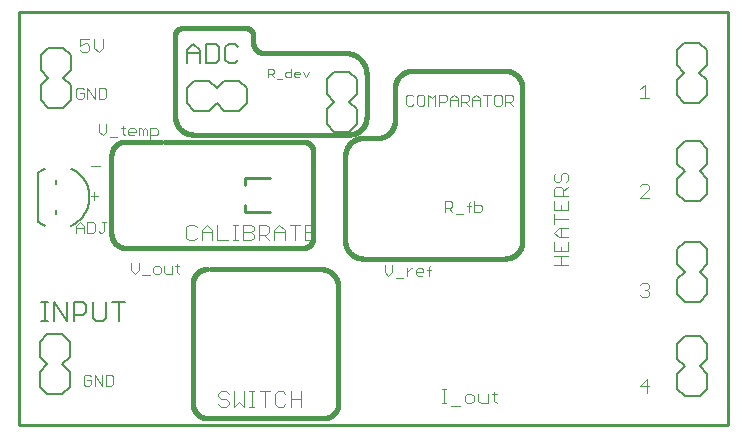
<source format=gto>
G75*
%MOIN*%
%OFA0B0*%
%FSLAX25Y25*%
%IPPOS*%
%LPD*%
%AMOC8*
5,1,8,0,0,1.08239X$1,22.5*
%
%ADD10C,0.01000*%
%ADD11C,0.00600*%
%ADD12C,0.01600*%
%ADD13C,0.00400*%
%ADD14C,0.00300*%
%ADD15C,0.00800*%
D10*
X0003120Y0003962D02*
X0239341Y0003962D01*
X0239341Y0141757D01*
X0003120Y0141757D01*
X0003120Y0003962D01*
X0078372Y0074857D02*
X0078372Y0077219D01*
X0078372Y0074857D02*
X0086836Y0074857D01*
X0078372Y0083912D02*
X0078372Y0086274D01*
X0086836Y0086274D01*
D11*
X0075026Y0124735D02*
X0072891Y0124735D01*
X0071823Y0125802D01*
X0071823Y0130073D01*
X0072891Y0131140D01*
X0075026Y0131140D01*
X0076093Y0130073D01*
X0076093Y0125802D02*
X0075026Y0124735D01*
X0069648Y0125802D02*
X0069648Y0130073D01*
X0068580Y0131140D01*
X0065378Y0131140D01*
X0065378Y0124735D01*
X0068580Y0124735D01*
X0069648Y0125802D01*
X0063202Y0124735D02*
X0063202Y0129005D01*
X0061067Y0131140D01*
X0058932Y0129005D01*
X0058932Y0124735D01*
X0058932Y0127937D02*
X0063202Y0127937D01*
X0009500Y0088227D02*
X0009500Y0071731D01*
X0015500Y0074452D02*
X0015500Y0075507D01*
X0011622Y0070433D02*
X0011397Y0070540D01*
X0011174Y0070652D01*
X0010954Y0070769D01*
X0010737Y0070891D01*
X0010522Y0071019D01*
X0010311Y0071152D01*
X0010103Y0071289D01*
X0009899Y0071432D01*
X0009697Y0071579D01*
X0009500Y0071731D01*
X0020472Y0070479D02*
X0020702Y0070591D01*
X0020929Y0070708D01*
X0021153Y0070830D01*
X0021374Y0070958D01*
X0021591Y0071092D01*
X0021806Y0071230D01*
X0022017Y0071374D01*
X0022224Y0071523D01*
X0022428Y0071677D01*
X0022628Y0071835D01*
X0022824Y0071999D01*
X0023016Y0072167D01*
X0023204Y0072340D01*
X0023388Y0072518D01*
X0023567Y0072699D01*
X0023742Y0072886D01*
X0023912Y0073076D01*
X0024077Y0073270D01*
X0024238Y0073469D01*
X0024394Y0073671D01*
X0024545Y0073877D01*
X0024691Y0074087D01*
X0024831Y0074300D01*
X0024967Y0074516D01*
X0025097Y0074736D01*
X0025222Y0074959D01*
X0025341Y0075184D01*
X0025455Y0075413D01*
X0025563Y0075644D01*
X0025666Y0075878D01*
X0025763Y0076114D01*
X0025854Y0076353D01*
X0025939Y0076593D01*
X0026019Y0076836D01*
X0026092Y0077081D01*
X0026160Y0077327D01*
X0026221Y0077575D01*
X0026276Y0077824D01*
X0026326Y0078074D01*
X0026369Y0078326D01*
X0026406Y0078579D01*
X0026437Y0078832D01*
X0026462Y0079086D01*
X0026481Y0079341D01*
X0026493Y0079596D01*
X0026499Y0079851D01*
X0026499Y0080107D01*
X0026493Y0080362D01*
X0026481Y0080617D01*
X0026462Y0080872D01*
X0026437Y0081126D01*
X0026406Y0081379D01*
X0026369Y0081632D01*
X0026326Y0081884D01*
X0026276Y0082134D01*
X0026221Y0082383D01*
X0026160Y0082631D01*
X0026092Y0082877D01*
X0026019Y0083122D01*
X0025939Y0083365D01*
X0025854Y0083605D01*
X0025763Y0083844D01*
X0025666Y0084080D01*
X0025563Y0084314D01*
X0025455Y0084545D01*
X0025341Y0084774D01*
X0025222Y0084999D01*
X0025097Y0085222D01*
X0024967Y0085442D01*
X0024831Y0085658D01*
X0024691Y0085871D01*
X0024545Y0086081D01*
X0024394Y0086287D01*
X0024238Y0086489D01*
X0024077Y0086688D01*
X0023912Y0086882D01*
X0023742Y0087072D01*
X0023567Y0087259D01*
X0023388Y0087440D01*
X0023204Y0087618D01*
X0023016Y0087791D01*
X0022824Y0087959D01*
X0022628Y0088123D01*
X0022428Y0088281D01*
X0022224Y0088435D01*
X0022017Y0088584D01*
X0021806Y0088728D01*
X0021591Y0088866D01*
X0021374Y0089000D01*
X0021153Y0089128D01*
X0020929Y0089250D01*
X0020702Y0089367D01*
X0020472Y0089479D01*
X0015500Y0085507D02*
X0015500Y0084452D01*
X0011528Y0089481D02*
X0011313Y0089377D01*
X0011100Y0089268D01*
X0010890Y0089154D01*
X0010683Y0089035D01*
X0010478Y0088912D01*
X0010276Y0088784D01*
X0010077Y0088651D01*
X0009882Y0088514D01*
X0009689Y0088373D01*
X0009500Y0088227D01*
X0010507Y0044920D02*
X0012642Y0044920D01*
X0011575Y0044920D02*
X0011575Y0038514D01*
X0012642Y0038514D02*
X0010507Y0038514D01*
X0014804Y0038514D02*
X0014804Y0044920D01*
X0019074Y0038514D01*
X0019074Y0044920D01*
X0021249Y0044920D02*
X0024452Y0044920D01*
X0025520Y0043852D01*
X0025520Y0041717D01*
X0024452Y0040649D01*
X0021249Y0040649D01*
X0021249Y0038514D02*
X0021249Y0044920D01*
X0027695Y0044920D02*
X0027695Y0039582D01*
X0028763Y0038514D01*
X0030898Y0038514D01*
X0031965Y0039582D01*
X0031965Y0044920D01*
X0034140Y0044920D02*
X0038411Y0044920D01*
X0036276Y0044920D02*
X0036276Y0038514D01*
D12*
X0060994Y0051206D02*
X0060994Y0011049D01*
X0060995Y0011049D02*
X0060997Y0010914D01*
X0061003Y0010779D01*
X0061012Y0010645D01*
X0061026Y0010511D01*
X0061043Y0010377D01*
X0061064Y0010243D01*
X0061089Y0010111D01*
X0061118Y0009979D01*
X0061150Y0009848D01*
X0061186Y0009718D01*
X0061226Y0009589D01*
X0061270Y0009462D01*
X0061317Y0009335D01*
X0061368Y0009210D01*
X0061422Y0009087D01*
X0061480Y0008965D01*
X0061541Y0008844D01*
X0061606Y0008726D01*
X0061674Y0008610D01*
X0061745Y0008495D01*
X0061819Y0008383D01*
X0061897Y0008272D01*
X0061978Y0008164D01*
X0062062Y0008059D01*
X0062149Y0007955D01*
X0062239Y0007855D01*
X0062331Y0007757D01*
X0062427Y0007661D01*
X0062525Y0007569D01*
X0062625Y0007479D01*
X0062729Y0007392D01*
X0062834Y0007308D01*
X0062942Y0007227D01*
X0063053Y0007149D01*
X0063165Y0007075D01*
X0063280Y0007004D01*
X0063396Y0006936D01*
X0063514Y0006871D01*
X0063635Y0006810D01*
X0063757Y0006752D01*
X0063880Y0006698D01*
X0064005Y0006647D01*
X0064132Y0006600D01*
X0064259Y0006556D01*
X0064388Y0006516D01*
X0064518Y0006480D01*
X0064649Y0006448D01*
X0064781Y0006419D01*
X0064913Y0006394D01*
X0065047Y0006373D01*
X0065181Y0006356D01*
X0065315Y0006342D01*
X0065449Y0006333D01*
X0065584Y0006327D01*
X0065719Y0006325D01*
X0065719Y0006324D02*
X0104695Y0006324D01*
X0104695Y0006325D02*
X0104830Y0006327D01*
X0104965Y0006333D01*
X0105099Y0006342D01*
X0105233Y0006356D01*
X0105367Y0006373D01*
X0105501Y0006394D01*
X0105633Y0006419D01*
X0105765Y0006448D01*
X0105896Y0006480D01*
X0106026Y0006516D01*
X0106155Y0006556D01*
X0106282Y0006600D01*
X0106409Y0006647D01*
X0106534Y0006698D01*
X0106657Y0006752D01*
X0106779Y0006810D01*
X0106900Y0006871D01*
X0107018Y0006936D01*
X0107134Y0007004D01*
X0107249Y0007075D01*
X0107361Y0007149D01*
X0107472Y0007227D01*
X0107580Y0007308D01*
X0107685Y0007392D01*
X0107789Y0007479D01*
X0107889Y0007569D01*
X0107987Y0007661D01*
X0108083Y0007757D01*
X0108175Y0007855D01*
X0108265Y0007955D01*
X0108352Y0008059D01*
X0108436Y0008164D01*
X0108517Y0008272D01*
X0108595Y0008383D01*
X0108669Y0008495D01*
X0108740Y0008610D01*
X0108808Y0008726D01*
X0108873Y0008844D01*
X0108934Y0008965D01*
X0108992Y0009087D01*
X0109046Y0009210D01*
X0109097Y0009335D01*
X0109144Y0009462D01*
X0109188Y0009589D01*
X0109228Y0009718D01*
X0109264Y0009848D01*
X0109296Y0009979D01*
X0109325Y0010111D01*
X0109350Y0010243D01*
X0109371Y0010377D01*
X0109388Y0010511D01*
X0109402Y0010645D01*
X0109411Y0010779D01*
X0109417Y0010914D01*
X0109419Y0011049D01*
X0109420Y0011049D02*
X0109420Y0050025D01*
X0109418Y0050177D01*
X0109412Y0050329D01*
X0109402Y0050481D01*
X0109389Y0050632D01*
X0109371Y0050783D01*
X0109350Y0050934D01*
X0109324Y0051084D01*
X0109295Y0051233D01*
X0109262Y0051382D01*
X0109225Y0051529D01*
X0109185Y0051676D01*
X0109140Y0051821D01*
X0109092Y0051965D01*
X0109040Y0052108D01*
X0108985Y0052250D01*
X0108926Y0052390D01*
X0108863Y0052529D01*
X0108797Y0052666D01*
X0108727Y0052801D01*
X0108654Y0052934D01*
X0108577Y0053065D01*
X0108497Y0053195D01*
X0108414Y0053322D01*
X0108328Y0053447D01*
X0108238Y0053570D01*
X0108145Y0053690D01*
X0108049Y0053808D01*
X0107950Y0053924D01*
X0107848Y0054037D01*
X0107744Y0054147D01*
X0107636Y0054255D01*
X0107526Y0054359D01*
X0107413Y0054461D01*
X0107297Y0054560D01*
X0107179Y0054656D01*
X0107059Y0054749D01*
X0106936Y0054839D01*
X0106811Y0054925D01*
X0106684Y0055008D01*
X0106554Y0055088D01*
X0106423Y0055165D01*
X0106290Y0055238D01*
X0106155Y0055308D01*
X0106018Y0055374D01*
X0105879Y0055437D01*
X0105739Y0055496D01*
X0105597Y0055551D01*
X0105454Y0055603D01*
X0105310Y0055651D01*
X0105165Y0055696D01*
X0105018Y0055736D01*
X0104871Y0055773D01*
X0104722Y0055806D01*
X0104573Y0055835D01*
X0104423Y0055861D01*
X0104272Y0055882D01*
X0104121Y0055900D01*
X0103970Y0055913D01*
X0103818Y0055923D01*
X0103666Y0055929D01*
X0103514Y0055931D01*
X0066900Y0055931D01*
X0065719Y0055930D02*
X0065584Y0055928D01*
X0065449Y0055922D01*
X0065315Y0055913D01*
X0065181Y0055899D01*
X0065047Y0055882D01*
X0064913Y0055861D01*
X0064781Y0055836D01*
X0064649Y0055807D01*
X0064518Y0055775D01*
X0064388Y0055739D01*
X0064259Y0055699D01*
X0064132Y0055655D01*
X0064005Y0055608D01*
X0063880Y0055557D01*
X0063757Y0055503D01*
X0063635Y0055445D01*
X0063514Y0055384D01*
X0063396Y0055319D01*
X0063280Y0055251D01*
X0063165Y0055180D01*
X0063053Y0055106D01*
X0062942Y0055028D01*
X0062834Y0054947D01*
X0062729Y0054863D01*
X0062625Y0054776D01*
X0062525Y0054686D01*
X0062427Y0054594D01*
X0062331Y0054498D01*
X0062239Y0054400D01*
X0062149Y0054300D01*
X0062062Y0054196D01*
X0061978Y0054091D01*
X0061897Y0053983D01*
X0061819Y0053872D01*
X0061745Y0053760D01*
X0061674Y0053645D01*
X0061606Y0053529D01*
X0061541Y0053411D01*
X0061480Y0053290D01*
X0061422Y0053168D01*
X0061368Y0053045D01*
X0061317Y0052920D01*
X0061270Y0052793D01*
X0061226Y0052666D01*
X0061186Y0052537D01*
X0061150Y0052407D01*
X0061118Y0052276D01*
X0061089Y0052144D01*
X0061064Y0052012D01*
X0061043Y0051878D01*
X0061026Y0051744D01*
X0061012Y0051610D01*
X0061003Y0051476D01*
X0060997Y0051341D01*
X0060995Y0051206D01*
X0038553Y0063017D02*
X0097609Y0063017D01*
X0097609Y0063018D02*
X0097725Y0063020D01*
X0097841Y0063026D01*
X0097956Y0063035D01*
X0098071Y0063048D01*
X0098186Y0063065D01*
X0098300Y0063086D01*
X0098414Y0063111D01*
X0098526Y0063139D01*
X0098637Y0063171D01*
X0098748Y0063206D01*
X0098857Y0063245D01*
X0098965Y0063288D01*
X0099071Y0063334D01*
X0099176Y0063383D01*
X0099279Y0063436D01*
X0099381Y0063493D01*
X0099480Y0063552D01*
X0099577Y0063615D01*
X0099673Y0063681D01*
X0099766Y0063750D01*
X0099857Y0063822D01*
X0099945Y0063897D01*
X0100031Y0063975D01*
X0100114Y0064056D01*
X0100195Y0064139D01*
X0100273Y0064225D01*
X0100348Y0064313D01*
X0100420Y0064404D01*
X0100489Y0064497D01*
X0100555Y0064593D01*
X0100618Y0064690D01*
X0100677Y0064790D01*
X0100734Y0064891D01*
X0100787Y0064994D01*
X0100836Y0065099D01*
X0100882Y0065205D01*
X0100925Y0065313D01*
X0100964Y0065422D01*
X0100999Y0065533D01*
X0101031Y0065644D01*
X0101059Y0065756D01*
X0101084Y0065870D01*
X0101105Y0065984D01*
X0101122Y0066099D01*
X0101135Y0066214D01*
X0101144Y0066329D01*
X0101150Y0066445D01*
X0101152Y0066561D01*
X0101152Y0094907D01*
X0101150Y0095023D01*
X0101144Y0095139D01*
X0101135Y0095254D01*
X0101122Y0095369D01*
X0101105Y0095484D01*
X0101084Y0095598D01*
X0101059Y0095712D01*
X0101031Y0095824D01*
X0100999Y0095935D01*
X0100964Y0096046D01*
X0100925Y0096155D01*
X0100882Y0096263D01*
X0100836Y0096369D01*
X0100787Y0096474D01*
X0100734Y0096577D01*
X0100677Y0096679D01*
X0100618Y0096778D01*
X0100555Y0096875D01*
X0100489Y0096971D01*
X0100420Y0097064D01*
X0100348Y0097155D01*
X0100273Y0097243D01*
X0100195Y0097329D01*
X0100114Y0097412D01*
X0100031Y0097493D01*
X0099945Y0097571D01*
X0099857Y0097646D01*
X0099766Y0097718D01*
X0099673Y0097787D01*
X0099577Y0097853D01*
X0099480Y0097916D01*
X0099381Y0097975D01*
X0099279Y0098032D01*
X0099176Y0098085D01*
X0099071Y0098134D01*
X0098965Y0098180D01*
X0098857Y0098223D01*
X0098748Y0098262D01*
X0098637Y0098297D01*
X0098526Y0098329D01*
X0098414Y0098357D01*
X0098300Y0098382D01*
X0098186Y0098403D01*
X0098071Y0098420D01*
X0097956Y0098433D01*
X0097841Y0098442D01*
X0097725Y0098448D01*
X0097609Y0098450D01*
X0051546Y0098450D01*
X0050364Y0098450D02*
X0038553Y0098450D01*
X0038418Y0098448D01*
X0038283Y0098442D01*
X0038149Y0098433D01*
X0038015Y0098419D01*
X0037881Y0098402D01*
X0037747Y0098381D01*
X0037615Y0098356D01*
X0037483Y0098327D01*
X0037352Y0098295D01*
X0037222Y0098259D01*
X0037093Y0098219D01*
X0036966Y0098175D01*
X0036839Y0098128D01*
X0036714Y0098077D01*
X0036591Y0098023D01*
X0036469Y0097965D01*
X0036348Y0097904D01*
X0036230Y0097839D01*
X0036114Y0097771D01*
X0035999Y0097700D01*
X0035887Y0097626D01*
X0035776Y0097548D01*
X0035668Y0097467D01*
X0035563Y0097383D01*
X0035459Y0097296D01*
X0035359Y0097206D01*
X0035261Y0097114D01*
X0035165Y0097018D01*
X0035073Y0096920D01*
X0034983Y0096820D01*
X0034896Y0096716D01*
X0034812Y0096611D01*
X0034731Y0096503D01*
X0034653Y0096392D01*
X0034579Y0096280D01*
X0034508Y0096165D01*
X0034440Y0096049D01*
X0034375Y0095931D01*
X0034314Y0095810D01*
X0034256Y0095688D01*
X0034202Y0095565D01*
X0034151Y0095440D01*
X0034104Y0095313D01*
X0034060Y0095186D01*
X0034020Y0095057D01*
X0033984Y0094927D01*
X0033952Y0094796D01*
X0033923Y0094664D01*
X0033898Y0094532D01*
X0033877Y0094398D01*
X0033860Y0094264D01*
X0033846Y0094130D01*
X0033837Y0093996D01*
X0033831Y0093861D01*
X0033829Y0093726D01*
X0033829Y0067742D01*
X0033831Y0067607D01*
X0033837Y0067472D01*
X0033846Y0067338D01*
X0033860Y0067204D01*
X0033877Y0067070D01*
X0033898Y0066936D01*
X0033923Y0066804D01*
X0033952Y0066672D01*
X0033984Y0066541D01*
X0034020Y0066411D01*
X0034060Y0066282D01*
X0034104Y0066155D01*
X0034151Y0066028D01*
X0034202Y0065903D01*
X0034256Y0065780D01*
X0034314Y0065658D01*
X0034375Y0065537D01*
X0034440Y0065419D01*
X0034508Y0065303D01*
X0034579Y0065188D01*
X0034653Y0065076D01*
X0034731Y0064965D01*
X0034812Y0064857D01*
X0034896Y0064752D01*
X0034983Y0064648D01*
X0035073Y0064548D01*
X0035165Y0064450D01*
X0035261Y0064354D01*
X0035359Y0064262D01*
X0035459Y0064172D01*
X0035563Y0064085D01*
X0035668Y0064001D01*
X0035776Y0063920D01*
X0035887Y0063842D01*
X0035999Y0063768D01*
X0036114Y0063697D01*
X0036230Y0063629D01*
X0036348Y0063564D01*
X0036469Y0063503D01*
X0036591Y0063445D01*
X0036714Y0063391D01*
X0036839Y0063340D01*
X0036966Y0063293D01*
X0037093Y0063249D01*
X0037222Y0063209D01*
X0037352Y0063173D01*
X0037483Y0063141D01*
X0037615Y0063112D01*
X0037747Y0063087D01*
X0037881Y0063066D01*
X0038015Y0063049D01*
X0038149Y0063035D01*
X0038283Y0063026D01*
X0038418Y0063020D01*
X0038553Y0063018D01*
X0060994Y0100813D02*
X0112963Y0100813D01*
X0117687Y0099631D02*
X0122412Y0099631D01*
X0122564Y0099633D01*
X0122716Y0099639D01*
X0122868Y0099649D01*
X0123019Y0099662D01*
X0123170Y0099680D01*
X0123321Y0099701D01*
X0123471Y0099727D01*
X0123620Y0099756D01*
X0123769Y0099789D01*
X0123916Y0099826D01*
X0124063Y0099866D01*
X0124208Y0099911D01*
X0124352Y0099959D01*
X0124495Y0100011D01*
X0124637Y0100066D01*
X0124777Y0100125D01*
X0124916Y0100188D01*
X0125053Y0100254D01*
X0125188Y0100324D01*
X0125321Y0100397D01*
X0125452Y0100474D01*
X0125582Y0100554D01*
X0125709Y0100637D01*
X0125834Y0100723D01*
X0125957Y0100813D01*
X0126077Y0100906D01*
X0126195Y0101002D01*
X0126311Y0101101D01*
X0126424Y0101203D01*
X0126534Y0101307D01*
X0126642Y0101415D01*
X0126746Y0101525D01*
X0126848Y0101638D01*
X0126947Y0101754D01*
X0127043Y0101872D01*
X0127136Y0101992D01*
X0127226Y0102115D01*
X0127312Y0102240D01*
X0127395Y0102367D01*
X0127475Y0102497D01*
X0127552Y0102628D01*
X0127625Y0102761D01*
X0127695Y0102896D01*
X0127761Y0103033D01*
X0127824Y0103172D01*
X0127883Y0103312D01*
X0127938Y0103454D01*
X0127990Y0103597D01*
X0128038Y0103741D01*
X0128083Y0103886D01*
X0128123Y0104033D01*
X0128160Y0104180D01*
X0128193Y0104329D01*
X0128222Y0104478D01*
X0128248Y0104628D01*
X0128269Y0104779D01*
X0128287Y0104930D01*
X0128300Y0105081D01*
X0128310Y0105233D01*
X0128316Y0105385D01*
X0128318Y0105537D01*
X0128317Y0105537D02*
X0128317Y0116167D01*
X0128319Y0116319D01*
X0128325Y0116471D01*
X0128335Y0116623D01*
X0128348Y0116774D01*
X0128366Y0116925D01*
X0128387Y0117076D01*
X0128413Y0117226D01*
X0128442Y0117375D01*
X0128475Y0117524D01*
X0128512Y0117671D01*
X0128552Y0117818D01*
X0128597Y0117963D01*
X0128645Y0118107D01*
X0128697Y0118250D01*
X0128752Y0118392D01*
X0128811Y0118532D01*
X0128874Y0118671D01*
X0128940Y0118808D01*
X0129010Y0118943D01*
X0129083Y0119076D01*
X0129160Y0119207D01*
X0129240Y0119337D01*
X0129323Y0119464D01*
X0129409Y0119589D01*
X0129499Y0119712D01*
X0129592Y0119832D01*
X0129688Y0119950D01*
X0129787Y0120066D01*
X0129889Y0120179D01*
X0129993Y0120289D01*
X0130101Y0120397D01*
X0130211Y0120501D01*
X0130324Y0120603D01*
X0130440Y0120702D01*
X0130558Y0120798D01*
X0130678Y0120891D01*
X0130801Y0120981D01*
X0130926Y0121067D01*
X0131053Y0121150D01*
X0131183Y0121230D01*
X0131314Y0121307D01*
X0131447Y0121380D01*
X0131582Y0121450D01*
X0131719Y0121516D01*
X0131858Y0121579D01*
X0131998Y0121638D01*
X0132140Y0121693D01*
X0132283Y0121745D01*
X0132427Y0121793D01*
X0132572Y0121838D01*
X0132719Y0121878D01*
X0132866Y0121915D01*
X0133015Y0121948D01*
X0133164Y0121977D01*
X0133314Y0122003D01*
X0133465Y0122024D01*
X0133616Y0122042D01*
X0133767Y0122055D01*
X0133919Y0122065D01*
X0134071Y0122071D01*
X0134223Y0122073D01*
X0134223Y0122072D02*
X0164931Y0122072D01*
X0164931Y0122073D02*
X0165083Y0122071D01*
X0165235Y0122065D01*
X0165387Y0122055D01*
X0165538Y0122042D01*
X0165689Y0122024D01*
X0165840Y0122003D01*
X0165990Y0121977D01*
X0166139Y0121948D01*
X0166288Y0121915D01*
X0166435Y0121878D01*
X0166582Y0121838D01*
X0166727Y0121793D01*
X0166871Y0121745D01*
X0167014Y0121693D01*
X0167156Y0121638D01*
X0167296Y0121579D01*
X0167435Y0121516D01*
X0167572Y0121450D01*
X0167707Y0121380D01*
X0167840Y0121307D01*
X0167971Y0121230D01*
X0168101Y0121150D01*
X0168228Y0121067D01*
X0168353Y0120981D01*
X0168476Y0120891D01*
X0168596Y0120798D01*
X0168714Y0120702D01*
X0168830Y0120603D01*
X0168943Y0120501D01*
X0169053Y0120397D01*
X0169161Y0120289D01*
X0169265Y0120179D01*
X0169367Y0120066D01*
X0169466Y0119950D01*
X0169562Y0119832D01*
X0169655Y0119712D01*
X0169745Y0119589D01*
X0169831Y0119464D01*
X0169914Y0119337D01*
X0169994Y0119207D01*
X0170071Y0119076D01*
X0170144Y0118943D01*
X0170214Y0118808D01*
X0170280Y0118671D01*
X0170343Y0118532D01*
X0170402Y0118392D01*
X0170457Y0118250D01*
X0170509Y0118107D01*
X0170557Y0117963D01*
X0170602Y0117818D01*
X0170642Y0117671D01*
X0170679Y0117524D01*
X0170712Y0117375D01*
X0170741Y0117226D01*
X0170767Y0117076D01*
X0170788Y0116925D01*
X0170806Y0116774D01*
X0170819Y0116623D01*
X0170829Y0116471D01*
X0170835Y0116319D01*
X0170837Y0116167D01*
X0170837Y0065380D01*
X0170835Y0065228D01*
X0170829Y0065076D01*
X0170819Y0064924D01*
X0170806Y0064773D01*
X0170788Y0064622D01*
X0170767Y0064471D01*
X0170741Y0064321D01*
X0170712Y0064172D01*
X0170679Y0064023D01*
X0170642Y0063876D01*
X0170602Y0063729D01*
X0170557Y0063584D01*
X0170509Y0063440D01*
X0170457Y0063297D01*
X0170402Y0063155D01*
X0170343Y0063015D01*
X0170280Y0062876D01*
X0170214Y0062739D01*
X0170144Y0062604D01*
X0170071Y0062471D01*
X0169994Y0062340D01*
X0169914Y0062210D01*
X0169831Y0062083D01*
X0169745Y0061958D01*
X0169655Y0061835D01*
X0169562Y0061715D01*
X0169466Y0061597D01*
X0169367Y0061481D01*
X0169265Y0061368D01*
X0169161Y0061258D01*
X0169053Y0061150D01*
X0168943Y0061046D01*
X0168830Y0060944D01*
X0168714Y0060845D01*
X0168596Y0060749D01*
X0168476Y0060656D01*
X0168353Y0060566D01*
X0168228Y0060480D01*
X0168101Y0060397D01*
X0167971Y0060317D01*
X0167840Y0060240D01*
X0167707Y0060167D01*
X0167572Y0060097D01*
X0167435Y0060031D01*
X0167296Y0059968D01*
X0167156Y0059909D01*
X0167014Y0059854D01*
X0166871Y0059802D01*
X0166727Y0059754D01*
X0166582Y0059709D01*
X0166435Y0059669D01*
X0166288Y0059632D01*
X0166139Y0059599D01*
X0165990Y0059570D01*
X0165840Y0059544D01*
X0165689Y0059523D01*
X0165538Y0059505D01*
X0165387Y0059492D01*
X0165235Y0059482D01*
X0165083Y0059476D01*
X0164931Y0059474D01*
X0117687Y0059474D01*
X0117535Y0059476D01*
X0117383Y0059482D01*
X0117231Y0059492D01*
X0117080Y0059505D01*
X0116929Y0059523D01*
X0116778Y0059544D01*
X0116628Y0059570D01*
X0116479Y0059599D01*
X0116330Y0059632D01*
X0116183Y0059669D01*
X0116036Y0059709D01*
X0115891Y0059754D01*
X0115747Y0059802D01*
X0115604Y0059854D01*
X0115462Y0059909D01*
X0115322Y0059968D01*
X0115183Y0060031D01*
X0115046Y0060097D01*
X0114911Y0060167D01*
X0114778Y0060240D01*
X0114647Y0060317D01*
X0114517Y0060397D01*
X0114390Y0060480D01*
X0114265Y0060566D01*
X0114142Y0060656D01*
X0114022Y0060749D01*
X0113904Y0060845D01*
X0113788Y0060944D01*
X0113675Y0061046D01*
X0113565Y0061150D01*
X0113457Y0061258D01*
X0113353Y0061368D01*
X0113251Y0061481D01*
X0113152Y0061597D01*
X0113056Y0061715D01*
X0112963Y0061835D01*
X0112873Y0061958D01*
X0112787Y0062083D01*
X0112704Y0062210D01*
X0112624Y0062340D01*
X0112547Y0062471D01*
X0112474Y0062604D01*
X0112404Y0062739D01*
X0112338Y0062876D01*
X0112275Y0063015D01*
X0112216Y0063155D01*
X0112161Y0063297D01*
X0112109Y0063440D01*
X0112061Y0063584D01*
X0112016Y0063729D01*
X0111976Y0063876D01*
X0111939Y0064023D01*
X0111906Y0064172D01*
X0111877Y0064321D01*
X0111851Y0064471D01*
X0111830Y0064622D01*
X0111812Y0064773D01*
X0111799Y0064924D01*
X0111789Y0065076D01*
X0111783Y0065228D01*
X0111781Y0065380D01*
X0111782Y0065380D02*
X0111782Y0093726D01*
X0111781Y0093726D02*
X0111783Y0093878D01*
X0111789Y0094030D01*
X0111799Y0094182D01*
X0111812Y0094333D01*
X0111830Y0094484D01*
X0111851Y0094635D01*
X0111877Y0094785D01*
X0111906Y0094934D01*
X0111939Y0095083D01*
X0111976Y0095230D01*
X0112016Y0095377D01*
X0112061Y0095522D01*
X0112109Y0095666D01*
X0112161Y0095809D01*
X0112216Y0095951D01*
X0112275Y0096091D01*
X0112338Y0096230D01*
X0112404Y0096367D01*
X0112474Y0096502D01*
X0112547Y0096635D01*
X0112624Y0096766D01*
X0112704Y0096896D01*
X0112787Y0097023D01*
X0112873Y0097148D01*
X0112963Y0097271D01*
X0113056Y0097391D01*
X0113152Y0097509D01*
X0113251Y0097625D01*
X0113353Y0097738D01*
X0113457Y0097848D01*
X0113565Y0097956D01*
X0113675Y0098060D01*
X0113788Y0098162D01*
X0113904Y0098261D01*
X0114022Y0098357D01*
X0114142Y0098450D01*
X0114265Y0098540D01*
X0114390Y0098626D01*
X0114517Y0098709D01*
X0114647Y0098789D01*
X0114778Y0098866D01*
X0114911Y0098939D01*
X0115046Y0099009D01*
X0115183Y0099075D01*
X0115322Y0099138D01*
X0115462Y0099197D01*
X0115604Y0099252D01*
X0115747Y0099304D01*
X0115891Y0099352D01*
X0116036Y0099397D01*
X0116183Y0099437D01*
X0116330Y0099474D01*
X0116479Y0099507D01*
X0116628Y0099536D01*
X0116778Y0099562D01*
X0116929Y0099583D01*
X0117080Y0099601D01*
X0117231Y0099614D01*
X0117383Y0099624D01*
X0117535Y0099630D01*
X0117687Y0099632D01*
X0118868Y0106718D02*
X0118868Y0120891D01*
X0118869Y0120891D02*
X0118867Y0121062D01*
X0118861Y0121233D01*
X0118850Y0121404D01*
X0118836Y0121575D01*
X0118817Y0121745D01*
X0118795Y0121915D01*
X0118768Y0122084D01*
X0118737Y0122253D01*
X0118702Y0122420D01*
X0118663Y0122587D01*
X0118620Y0122753D01*
X0118573Y0122917D01*
X0118522Y0123081D01*
X0118467Y0123243D01*
X0118408Y0123404D01*
X0118346Y0123563D01*
X0118279Y0123721D01*
X0118209Y0123877D01*
X0118135Y0124032D01*
X0118057Y0124184D01*
X0117976Y0124335D01*
X0117891Y0124484D01*
X0117802Y0124630D01*
X0117710Y0124775D01*
X0117614Y0124917D01*
X0117516Y0125057D01*
X0117413Y0125194D01*
X0117308Y0125329D01*
X0117199Y0125461D01*
X0117087Y0125591D01*
X0116972Y0125717D01*
X0116853Y0125841D01*
X0116732Y0125962D01*
X0116608Y0126081D01*
X0116482Y0126196D01*
X0116352Y0126308D01*
X0116220Y0126417D01*
X0116085Y0126522D01*
X0115948Y0126625D01*
X0115808Y0126723D01*
X0115666Y0126819D01*
X0115521Y0126911D01*
X0115375Y0127000D01*
X0115226Y0127085D01*
X0115075Y0127166D01*
X0114923Y0127244D01*
X0114768Y0127318D01*
X0114612Y0127388D01*
X0114454Y0127455D01*
X0114295Y0127517D01*
X0114134Y0127576D01*
X0113972Y0127631D01*
X0113808Y0127682D01*
X0113644Y0127729D01*
X0113478Y0127772D01*
X0113311Y0127811D01*
X0113144Y0127846D01*
X0112975Y0127877D01*
X0112806Y0127904D01*
X0112636Y0127926D01*
X0112466Y0127945D01*
X0112295Y0127959D01*
X0112124Y0127970D01*
X0111953Y0127976D01*
X0111782Y0127978D01*
X0084616Y0127978D01*
X0084500Y0127980D01*
X0084384Y0127986D01*
X0084269Y0127995D01*
X0084154Y0128008D01*
X0084039Y0128025D01*
X0083925Y0128046D01*
X0083811Y0128071D01*
X0083699Y0128099D01*
X0083588Y0128131D01*
X0083477Y0128166D01*
X0083368Y0128205D01*
X0083260Y0128248D01*
X0083154Y0128294D01*
X0083049Y0128343D01*
X0082946Y0128396D01*
X0082845Y0128453D01*
X0082745Y0128512D01*
X0082648Y0128575D01*
X0082552Y0128641D01*
X0082459Y0128710D01*
X0082368Y0128782D01*
X0082280Y0128857D01*
X0082194Y0128935D01*
X0082111Y0129016D01*
X0082030Y0129099D01*
X0081952Y0129185D01*
X0081877Y0129273D01*
X0081805Y0129364D01*
X0081736Y0129457D01*
X0081670Y0129553D01*
X0081607Y0129650D01*
X0081548Y0129749D01*
X0081491Y0129851D01*
X0081438Y0129954D01*
X0081389Y0130059D01*
X0081343Y0130165D01*
X0081300Y0130273D01*
X0081261Y0130382D01*
X0081226Y0130493D01*
X0081194Y0130604D01*
X0081166Y0130716D01*
X0081141Y0130830D01*
X0081120Y0130944D01*
X0081103Y0131059D01*
X0081090Y0131174D01*
X0081081Y0131289D01*
X0081075Y0131405D01*
X0081073Y0131521D01*
X0081073Y0133883D01*
X0081071Y0133978D01*
X0081065Y0134073D01*
X0081056Y0134168D01*
X0081042Y0134262D01*
X0081025Y0134355D01*
X0081004Y0134448D01*
X0080980Y0134540D01*
X0080951Y0134631D01*
X0080920Y0134721D01*
X0080884Y0134809D01*
X0080845Y0134896D01*
X0080802Y0134981D01*
X0080757Y0135064D01*
X0080707Y0135145D01*
X0080655Y0135225D01*
X0080599Y0135302D01*
X0080541Y0135377D01*
X0080479Y0135449D01*
X0080414Y0135519D01*
X0080347Y0135586D01*
X0080277Y0135651D01*
X0080205Y0135713D01*
X0080130Y0135771D01*
X0080053Y0135827D01*
X0079973Y0135879D01*
X0079892Y0135929D01*
X0079809Y0135974D01*
X0079724Y0136017D01*
X0079637Y0136056D01*
X0079549Y0136092D01*
X0079459Y0136123D01*
X0079368Y0136152D01*
X0079276Y0136176D01*
X0079183Y0136197D01*
X0079090Y0136214D01*
X0078996Y0136228D01*
X0078901Y0136237D01*
X0078806Y0136243D01*
X0078711Y0136245D01*
X0078711Y0136246D02*
X0057451Y0136246D01*
X0057451Y0136245D02*
X0057356Y0136243D01*
X0057261Y0136237D01*
X0057166Y0136228D01*
X0057072Y0136214D01*
X0056979Y0136197D01*
X0056886Y0136176D01*
X0056794Y0136152D01*
X0056703Y0136123D01*
X0056613Y0136092D01*
X0056525Y0136056D01*
X0056438Y0136017D01*
X0056353Y0135974D01*
X0056270Y0135929D01*
X0056189Y0135879D01*
X0056109Y0135827D01*
X0056032Y0135771D01*
X0055957Y0135713D01*
X0055885Y0135651D01*
X0055815Y0135586D01*
X0055748Y0135519D01*
X0055683Y0135449D01*
X0055621Y0135377D01*
X0055563Y0135302D01*
X0055507Y0135225D01*
X0055455Y0135145D01*
X0055405Y0135064D01*
X0055360Y0134981D01*
X0055317Y0134896D01*
X0055278Y0134809D01*
X0055242Y0134721D01*
X0055211Y0134631D01*
X0055182Y0134540D01*
X0055158Y0134448D01*
X0055137Y0134355D01*
X0055120Y0134262D01*
X0055106Y0134168D01*
X0055097Y0134073D01*
X0055091Y0133978D01*
X0055089Y0133883D01*
X0055089Y0106718D01*
X0055088Y0106718D02*
X0055090Y0106566D01*
X0055096Y0106414D01*
X0055106Y0106262D01*
X0055119Y0106111D01*
X0055137Y0105960D01*
X0055158Y0105809D01*
X0055184Y0105659D01*
X0055213Y0105510D01*
X0055246Y0105361D01*
X0055283Y0105214D01*
X0055323Y0105067D01*
X0055368Y0104922D01*
X0055416Y0104778D01*
X0055468Y0104635D01*
X0055523Y0104493D01*
X0055582Y0104353D01*
X0055645Y0104214D01*
X0055711Y0104077D01*
X0055781Y0103942D01*
X0055854Y0103809D01*
X0055931Y0103678D01*
X0056011Y0103548D01*
X0056094Y0103421D01*
X0056180Y0103296D01*
X0056270Y0103173D01*
X0056363Y0103053D01*
X0056459Y0102935D01*
X0056558Y0102819D01*
X0056660Y0102706D01*
X0056764Y0102596D01*
X0056872Y0102488D01*
X0056982Y0102384D01*
X0057095Y0102282D01*
X0057211Y0102183D01*
X0057329Y0102087D01*
X0057449Y0101994D01*
X0057572Y0101904D01*
X0057697Y0101818D01*
X0057824Y0101735D01*
X0057954Y0101655D01*
X0058085Y0101578D01*
X0058218Y0101505D01*
X0058353Y0101435D01*
X0058490Y0101369D01*
X0058629Y0101306D01*
X0058769Y0101247D01*
X0058911Y0101192D01*
X0059054Y0101140D01*
X0059198Y0101092D01*
X0059343Y0101047D01*
X0059490Y0101007D01*
X0059637Y0100970D01*
X0059786Y0100937D01*
X0059935Y0100908D01*
X0060085Y0100882D01*
X0060236Y0100861D01*
X0060387Y0100843D01*
X0060538Y0100830D01*
X0060690Y0100820D01*
X0060842Y0100814D01*
X0060994Y0100812D01*
X0112963Y0100812D02*
X0113115Y0100814D01*
X0113267Y0100820D01*
X0113419Y0100830D01*
X0113570Y0100843D01*
X0113721Y0100861D01*
X0113872Y0100882D01*
X0114022Y0100908D01*
X0114171Y0100937D01*
X0114320Y0100970D01*
X0114467Y0101007D01*
X0114614Y0101047D01*
X0114759Y0101092D01*
X0114903Y0101140D01*
X0115046Y0101192D01*
X0115188Y0101247D01*
X0115328Y0101306D01*
X0115467Y0101369D01*
X0115604Y0101435D01*
X0115739Y0101505D01*
X0115872Y0101578D01*
X0116003Y0101655D01*
X0116133Y0101735D01*
X0116260Y0101818D01*
X0116385Y0101904D01*
X0116508Y0101994D01*
X0116628Y0102087D01*
X0116746Y0102183D01*
X0116862Y0102282D01*
X0116975Y0102384D01*
X0117085Y0102488D01*
X0117193Y0102596D01*
X0117297Y0102706D01*
X0117399Y0102819D01*
X0117498Y0102935D01*
X0117594Y0103053D01*
X0117687Y0103173D01*
X0117777Y0103296D01*
X0117863Y0103421D01*
X0117946Y0103548D01*
X0118026Y0103678D01*
X0118103Y0103809D01*
X0118176Y0103942D01*
X0118246Y0104077D01*
X0118312Y0104214D01*
X0118375Y0104353D01*
X0118434Y0104493D01*
X0118489Y0104635D01*
X0118541Y0104778D01*
X0118589Y0104922D01*
X0118634Y0105067D01*
X0118674Y0105214D01*
X0118711Y0105361D01*
X0118744Y0105510D01*
X0118773Y0105659D01*
X0118799Y0105809D01*
X0118820Y0105960D01*
X0118838Y0106111D01*
X0118851Y0106262D01*
X0118861Y0106414D01*
X0118867Y0106566D01*
X0118869Y0106718D01*
D13*
X0101834Y0070784D02*
X0098365Y0070784D01*
X0098365Y0065580D01*
X0101834Y0065580D01*
X0100099Y0068182D02*
X0098365Y0068182D01*
X0094943Y0065580D02*
X0094943Y0070784D01*
X0093208Y0070784D02*
X0096678Y0070784D01*
X0091521Y0069049D02*
X0091521Y0065580D01*
X0091521Y0068182D02*
X0088052Y0068182D01*
X0088052Y0069049D02*
X0088052Y0065580D01*
X0086365Y0065580D02*
X0084630Y0067314D01*
X0085498Y0067314D02*
X0082895Y0067314D01*
X0081209Y0067314D02*
X0081209Y0066447D01*
X0080341Y0065580D01*
X0077739Y0065580D01*
X0077739Y0070784D01*
X0080341Y0070784D01*
X0081209Y0069917D01*
X0081209Y0069049D01*
X0080341Y0068182D01*
X0077739Y0068182D01*
X0080341Y0068182D02*
X0081209Y0067314D01*
X0082895Y0065580D02*
X0082895Y0070784D01*
X0085498Y0070784D01*
X0086365Y0069917D01*
X0086365Y0068182D01*
X0085498Y0067314D01*
X0088052Y0069049D02*
X0089787Y0070784D01*
X0091521Y0069049D01*
X0076036Y0070784D02*
X0074301Y0070784D01*
X0075169Y0070784D02*
X0075169Y0065580D01*
X0076036Y0065580D02*
X0074301Y0065580D01*
X0072615Y0065580D02*
X0069145Y0065580D01*
X0069145Y0070784D01*
X0067458Y0069049D02*
X0067458Y0065580D01*
X0067458Y0068182D02*
X0063989Y0068182D01*
X0063989Y0069049D02*
X0063989Y0065580D01*
X0062302Y0066447D02*
X0061434Y0065580D01*
X0059700Y0065580D01*
X0058832Y0066447D01*
X0058832Y0069917D01*
X0059700Y0070784D01*
X0061434Y0070784D01*
X0062302Y0069917D01*
X0063989Y0069049D02*
X0065723Y0070784D01*
X0067458Y0069049D01*
X0030012Y0090322D02*
X0026942Y0090322D01*
X0025701Y0128178D02*
X0024166Y0128178D01*
X0023399Y0128945D01*
X0023399Y0130480D02*
X0024934Y0131247D01*
X0025701Y0131247D01*
X0026468Y0130480D01*
X0026468Y0128945D01*
X0025701Y0128178D01*
X0028003Y0129713D02*
X0029538Y0128178D01*
X0031072Y0129713D01*
X0031072Y0132782D01*
X0028003Y0132782D02*
X0028003Y0129713D01*
X0023399Y0130480D02*
X0023399Y0132782D01*
X0026468Y0132782D01*
X0181387Y0087237D02*
X0181387Y0085703D01*
X0182155Y0084935D01*
X0182922Y0084935D01*
X0183689Y0085703D01*
X0183689Y0087237D01*
X0184457Y0088005D01*
X0185224Y0088005D01*
X0185991Y0087237D01*
X0185991Y0085703D01*
X0185224Y0084935D01*
X0185991Y0083401D02*
X0184457Y0081866D01*
X0184457Y0082633D02*
X0184457Y0080331D01*
X0185991Y0080331D02*
X0181387Y0080331D01*
X0181387Y0082633D01*
X0182155Y0083401D01*
X0183689Y0083401D01*
X0184457Y0082633D01*
X0185991Y0078797D02*
X0185991Y0075728D01*
X0181387Y0075728D01*
X0181387Y0078797D01*
X0183689Y0077262D02*
X0183689Y0075728D01*
X0181387Y0074193D02*
X0181387Y0071124D01*
X0181387Y0072658D02*
X0185991Y0072658D01*
X0185991Y0069589D02*
X0182922Y0069589D01*
X0181387Y0068054D01*
X0182922Y0066520D01*
X0185991Y0066520D01*
X0185991Y0064985D02*
X0185991Y0061916D01*
X0181387Y0061916D01*
X0181387Y0064985D01*
X0183689Y0063450D02*
X0183689Y0061916D01*
X0183689Y0060381D02*
X0183689Y0057312D01*
X0185991Y0057312D02*
X0181387Y0057312D01*
X0181387Y0060381D02*
X0185991Y0060381D01*
X0183689Y0066520D02*
X0183689Y0069589D01*
X0210013Y0079753D02*
X0213083Y0082822D01*
X0213083Y0083589D01*
X0212315Y0084357D01*
X0210781Y0084357D01*
X0210013Y0083589D01*
X0210013Y0079753D02*
X0213083Y0079753D01*
X0182155Y0088005D02*
X0181387Y0087237D01*
X0210013Y0112824D02*
X0213083Y0112824D01*
X0211548Y0112824D02*
X0211548Y0117428D01*
X0210013Y0115893D01*
X0210781Y0051286D02*
X0212315Y0051286D01*
X0213083Y0050518D01*
X0213083Y0049751D01*
X0212315Y0048984D01*
X0213083Y0048217D01*
X0213083Y0047449D01*
X0212315Y0046682D01*
X0210781Y0046682D01*
X0210013Y0047449D01*
X0211548Y0048984D02*
X0212315Y0048984D01*
X0210013Y0050518D02*
X0210781Y0051286D01*
X0212315Y0019396D02*
X0210013Y0017094D01*
X0213083Y0017094D01*
X0212315Y0014792D02*
X0212315Y0019396D01*
X0162287Y0014318D02*
X0160753Y0014318D01*
X0161520Y0015085D02*
X0161520Y0012016D01*
X0162287Y0011249D01*
X0159218Y0011249D02*
X0159218Y0014318D01*
X0156149Y0014318D02*
X0156149Y0012016D01*
X0156916Y0011249D01*
X0159218Y0011249D01*
X0154614Y0012016D02*
X0154614Y0013551D01*
X0153847Y0014318D01*
X0152312Y0014318D01*
X0151545Y0013551D01*
X0151545Y0012016D01*
X0152312Y0011249D01*
X0153847Y0011249D01*
X0154614Y0012016D01*
X0150010Y0010482D02*
X0146941Y0010482D01*
X0145406Y0011249D02*
X0143872Y0011249D01*
X0144639Y0011249D02*
X0144639Y0015853D01*
X0143872Y0015853D02*
X0145406Y0015853D01*
X0096995Y0015272D02*
X0096995Y0010068D01*
X0096995Y0012670D02*
X0093525Y0012670D01*
X0091838Y0014405D02*
X0090971Y0015272D01*
X0089236Y0015272D01*
X0088369Y0014405D01*
X0088369Y0010935D01*
X0089236Y0010068D01*
X0090971Y0010068D01*
X0091838Y0010935D01*
X0093525Y0010068D02*
X0093525Y0015272D01*
X0086682Y0015272D02*
X0083212Y0015272D01*
X0081510Y0015272D02*
X0079775Y0015272D01*
X0080642Y0015272D02*
X0080642Y0010068D01*
X0079775Y0010068D02*
X0081510Y0010068D01*
X0078088Y0010068D02*
X0078088Y0015272D01*
X0074618Y0015272D02*
X0074618Y0010068D01*
X0076353Y0011803D01*
X0078088Y0010068D01*
X0072932Y0010935D02*
X0072064Y0010068D01*
X0070329Y0010068D01*
X0069462Y0010935D01*
X0070329Y0012670D02*
X0072064Y0012670D01*
X0072932Y0011803D01*
X0072932Y0010935D01*
X0070329Y0012670D02*
X0069462Y0013537D01*
X0069462Y0014405D01*
X0070329Y0015272D01*
X0072064Y0015272D01*
X0072932Y0014405D01*
X0084947Y0015272D02*
X0084947Y0010068D01*
D14*
X0034365Y0017722D02*
X0034365Y0020190D01*
X0033748Y0020807D01*
X0031896Y0020807D01*
X0031896Y0017104D01*
X0033748Y0017104D01*
X0034365Y0017722D01*
X0030682Y0017104D02*
X0030682Y0020807D01*
X0028213Y0020807D02*
X0030682Y0017104D01*
X0028213Y0017104D02*
X0028213Y0020807D01*
X0026999Y0020190D02*
X0026382Y0020807D01*
X0025147Y0020807D01*
X0024530Y0020190D01*
X0024530Y0017722D01*
X0025147Y0017104D01*
X0026382Y0017104D01*
X0026999Y0017722D01*
X0026999Y0018956D01*
X0025765Y0018956D01*
X0041647Y0054443D02*
X0042882Y0055677D01*
X0042882Y0058146D01*
X0040413Y0058146D02*
X0040413Y0055677D01*
X0041647Y0054443D01*
X0044096Y0053826D02*
X0046565Y0053826D01*
X0047779Y0055060D02*
X0048397Y0054443D01*
X0049631Y0054443D01*
X0050248Y0055060D01*
X0050248Y0056294D01*
X0049631Y0056912D01*
X0048397Y0056912D01*
X0047779Y0056294D01*
X0047779Y0055060D01*
X0051462Y0055060D02*
X0051462Y0056912D01*
X0053931Y0056912D02*
X0053931Y0054443D01*
X0052080Y0054443D01*
X0051462Y0055060D01*
X0055763Y0055060D02*
X0056380Y0054443D01*
X0055763Y0055060D02*
X0055763Y0057529D01*
X0055146Y0056912D02*
X0056380Y0056912D01*
X0031386Y0068509D02*
X0031386Y0071595D01*
X0030769Y0071595D02*
X0032003Y0071595D01*
X0028320Y0070978D02*
X0027703Y0071595D01*
X0025851Y0071595D01*
X0025851Y0067892D01*
X0027703Y0067892D01*
X0028320Y0068509D01*
X0028320Y0070978D01*
X0029534Y0068509D02*
X0030151Y0067892D01*
X0030769Y0067892D01*
X0031386Y0068509D01*
X0024637Y0067892D02*
X0024637Y0070361D01*
X0023402Y0071595D01*
X0022168Y0070361D01*
X0022168Y0067892D01*
X0022168Y0069743D02*
X0024637Y0069743D01*
X0028127Y0079139D02*
X0028127Y0081608D01*
X0029361Y0080373D02*
X0026892Y0080373D01*
X0033326Y0099889D02*
X0035795Y0099889D01*
X0037627Y0101123D02*
X0038244Y0100506D01*
X0037627Y0101123D02*
X0037627Y0103592D01*
X0037010Y0102975D02*
X0038244Y0102975D01*
X0039465Y0102357D02*
X0039465Y0101123D01*
X0040082Y0100506D01*
X0041317Y0100506D01*
X0041934Y0101740D02*
X0039465Y0101740D01*
X0039465Y0102357D02*
X0040082Y0102975D01*
X0041317Y0102975D01*
X0041934Y0102357D01*
X0041934Y0101740D01*
X0043148Y0100506D02*
X0043148Y0102975D01*
X0043765Y0102975D01*
X0044383Y0102357D01*
X0045000Y0102975D01*
X0045617Y0102357D01*
X0045617Y0100506D01*
X0046831Y0100506D02*
X0048683Y0100506D01*
X0049300Y0101123D01*
X0049300Y0102357D01*
X0048683Y0102975D01*
X0046831Y0102975D01*
X0046831Y0099272D01*
X0044383Y0100506D02*
X0044383Y0102357D01*
X0032112Y0101740D02*
X0032112Y0104209D01*
X0029643Y0104209D02*
X0029643Y0101740D01*
X0030878Y0100506D01*
X0032112Y0101740D01*
X0031386Y0112774D02*
X0029534Y0112774D01*
X0029534Y0116477D01*
X0031386Y0116477D01*
X0032003Y0115860D01*
X0032003Y0113391D01*
X0031386Y0112774D01*
X0028320Y0112774D02*
X0028320Y0116477D01*
X0025851Y0116477D02*
X0028320Y0112774D01*
X0025851Y0112774D02*
X0025851Y0116477D01*
X0024637Y0115860D02*
X0024020Y0116477D01*
X0022785Y0116477D01*
X0022168Y0115860D01*
X0022168Y0113391D01*
X0022785Y0112774D01*
X0024020Y0112774D01*
X0024637Y0113391D01*
X0024637Y0114625D01*
X0023402Y0114625D01*
X0085948Y0119860D02*
X0085948Y0122763D01*
X0087399Y0122763D01*
X0087882Y0122279D01*
X0087882Y0121311D01*
X0087399Y0120828D01*
X0085948Y0120828D01*
X0086915Y0120828D02*
X0087882Y0119860D01*
X0088894Y0119377D02*
X0090829Y0119377D01*
X0091841Y0120344D02*
X0091841Y0121311D01*
X0092324Y0121795D01*
X0093776Y0121795D01*
X0093776Y0122763D02*
X0093776Y0119860D01*
X0092324Y0119860D01*
X0091841Y0120344D01*
X0094787Y0120344D02*
X0094787Y0121311D01*
X0095271Y0121795D01*
X0096238Y0121795D01*
X0096722Y0121311D01*
X0096722Y0120828D01*
X0094787Y0120828D01*
X0094787Y0120344D02*
X0095271Y0119860D01*
X0096238Y0119860D01*
X0097734Y0121795D02*
X0098701Y0119860D01*
X0099669Y0121795D01*
X0132010Y0113497D02*
X0132010Y0111029D01*
X0132628Y0110411D01*
X0133862Y0110411D01*
X0134479Y0111029D01*
X0135694Y0111029D02*
X0136311Y0110411D01*
X0137545Y0110411D01*
X0138162Y0111029D01*
X0138162Y0113497D01*
X0137545Y0114115D01*
X0136311Y0114115D01*
X0135694Y0113497D01*
X0135694Y0111029D01*
X0134479Y0113497D02*
X0133862Y0114115D01*
X0132628Y0114115D01*
X0132010Y0113497D01*
X0139377Y0114115D02*
X0139377Y0110411D01*
X0141846Y0110411D02*
X0141846Y0114115D01*
X0140611Y0112880D01*
X0139377Y0114115D01*
X0143060Y0114115D02*
X0144912Y0114115D01*
X0145529Y0113497D01*
X0145529Y0112263D01*
X0144912Y0111646D01*
X0143060Y0111646D01*
X0143060Y0110411D02*
X0143060Y0114115D01*
X0146743Y0112880D02*
X0147977Y0114115D01*
X0149212Y0112880D01*
X0149212Y0110411D01*
X0150426Y0110411D02*
X0150426Y0114115D01*
X0152278Y0114115D01*
X0152895Y0113497D01*
X0152895Y0112263D01*
X0152278Y0111646D01*
X0150426Y0111646D01*
X0151661Y0111646D02*
X0152895Y0110411D01*
X0154109Y0110411D02*
X0154109Y0112880D01*
X0155344Y0114115D01*
X0156578Y0112880D01*
X0156578Y0110411D01*
X0159027Y0110411D02*
X0159027Y0114115D01*
X0157793Y0114115D02*
X0160261Y0114115D01*
X0161476Y0113497D02*
X0161476Y0111029D01*
X0162093Y0110411D01*
X0163327Y0110411D01*
X0163944Y0111029D01*
X0163944Y0113497D01*
X0163327Y0114115D01*
X0162093Y0114115D01*
X0161476Y0113497D01*
X0165159Y0114115D02*
X0167010Y0114115D01*
X0167628Y0113497D01*
X0167628Y0112263D01*
X0167010Y0111646D01*
X0165159Y0111646D01*
X0166393Y0111646D02*
X0167628Y0110411D01*
X0165159Y0110411D02*
X0165159Y0114115D01*
X0156578Y0112263D02*
X0154109Y0112263D01*
X0149212Y0112263D02*
X0146743Y0112263D01*
X0146743Y0112880D02*
X0146743Y0110411D01*
X0146854Y0078682D02*
X0145003Y0078682D01*
X0145003Y0074978D01*
X0145003Y0076213D02*
X0146854Y0076213D01*
X0147471Y0076830D01*
X0147471Y0078064D01*
X0146854Y0078682D01*
X0146237Y0076213D02*
X0147471Y0074978D01*
X0148686Y0074361D02*
X0151155Y0074361D01*
X0152986Y0074978D02*
X0152986Y0078064D01*
X0153603Y0078682D01*
X0154824Y0078682D02*
X0154824Y0074978D01*
X0156676Y0074978D01*
X0157293Y0075596D01*
X0157293Y0076830D01*
X0156676Y0077447D01*
X0154824Y0077447D01*
X0153603Y0076830D02*
X0152369Y0076830D01*
X0140277Y0057422D02*
X0139660Y0056804D01*
X0139660Y0053719D01*
X0139043Y0055570D02*
X0140277Y0055570D01*
X0137828Y0055570D02*
X0137828Y0054953D01*
X0135359Y0054953D01*
X0135359Y0054336D02*
X0135359Y0055570D01*
X0135977Y0056187D01*
X0137211Y0056187D01*
X0137828Y0055570D01*
X0137211Y0053719D02*
X0135977Y0053719D01*
X0135359Y0054336D01*
X0134142Y0056187D02*
X0133525Y0056187D01*
X0132290Y0054953D01*
X0132290Y0053719D02*
X0132290Y0056187D01*
X0131076Y0053101D02*
X0128607Y0053101D01*
X0127393Y0054953D02*
X0127393Y0057422D01*
X0124924Y0057422D02*
X0124924Y0054953D01*
X0126158Y0053719D01*
X0127393Y0054953D01*
D15*
X0113101Y0101718D02*
X0108101Y0101718D01*
X0105601Y0104218D01*
X0105601Y0109218D01*
X0108101Y0111718D01*
X0105601Y0114218D01*
X0105601Y0119218D01*
X0108101Y0121718D01*
X0113101Y0121718D01*
X0115601Y0119218D01*
X0115601Y0114218D01*
X0113101Y0111718D01*
X0115601Y0109218D01*
X0115601Y0104218D01*
X0113101Y0101718D01*
X0078986Y0111305D02*
X0076486Y0108805D01*
X0071486Y0108805D01*
X0068986Y0111305D01*
X0066486Y0108805D01*
X0061486Y0108805D01*
X0058986Y0111305D01*
X0058986Y0116305D01*
X0061486Y0118805D01*
X0066486Y0118805D01*
X0068986Y0116305D01*
X0071486Y0118805D01*
X0076486Y0118805D01*
X0078986Y0116305D01*
X0078986Y0111305D01*
X0020327Y0112286D02*
X0020327Y0117286D01*
X0017827Y0119786D01*
X0020327Y0122286D01*
X0020327Y0127286D01*
X0017827Y0129786D01*
X0012827Y0129786D01*
X0010327Y0127286D01*
X0010327Y0122286D01*
X0012827Y0119786D01*
X0010327Y0117286D01*
X0010327Y0112286D01*
X0012827Y0109786D01*
X0017827Y0109786D01*
X0020327Y0112286D01*
X0017431Y0034317D02*
X0012431Y0034317D01*
X0009931Y0031817D01*
X0009931Y0026817D01*
X0012431Y0024317D01*
X0009931Y0021817D01*
X0009931Y0016817D01*
X0012431Y0014317D01*
X0017431Y0014317D01*
X0019931Y0016817D01*
X0019931Y0021817D01*
X0017431Y0024317D01*
X0019931Y0026817D01*
X0019931Y0031817D01*
X0017431Y0034317D01*
X0222401Y0031113D02*
X0222401Y0026113D01*
X0224901Y0023613D01*
X0222401Y0021113D01*
X0222401Y0016113D01*
X0224901Y0013613D01*
X0229901Y0013613D01*
X0232401Y0016113D01*
X0232401Y0021113D01*
X0229901Y0023613D01*
X0232401Y0026113D01*
X0232401Y0031113D01*
X0229901Y0033613D01*
X0224901Y0033613D01*
X0222401Y0031113D01*
X0224886Y0045137D02*
X0229886Y0045137D01*
X0232386Y0047637D01*
X0232386Y0052637D01*
X0229886Y0055137D01*
X0232386Y0057637D01*
X0232386Y0062637D01*
X0229886Y0065137D01*
X0224886Y0065137D01*
X0222386Y0062637D01*
X0222386Y0057637D01*
X0224886Y0055137D01*
X0222386Y0052637D01*
X0222386Y0047637D01*
X0224886Y0045137D01*
X0224898Y0078640D02*
X0229898Y0078640D01*
X0232398Y0081140D01*
X0232398Y0086140D01*
X0229898Y0088640D01*
X0232398Y0091140D01*
X0232398Y0096140D01*
X0229898Y0098640D01*
X0224898Y0098640D01*
X0222398Y0096140D01*
X0222398Y0091140D01*
X0224898Y0088640D01*
X0222398Y0086140D01*
X0222398Y0081140D01*
X0224898Y0078640D01*
X0224791Y0111399D02*
X0229791Y0111399D01*
X0232291Y0113899D01*
X0232291Y0118899D01*
X0229791Y0121399D01*
X0232291Y0123899D01*
X0232291Y0128899D01*
X0229791Y0131399D01*
X0224791Y0131399D01*
X0222291Y0128899D01*
X0222291Y0123899D01*
X0224791Y0121399D01*
X0222291Y0118899D01*
X0222291Y0113899D01*
X0224791Y0111399D01*
M02*

</source>
